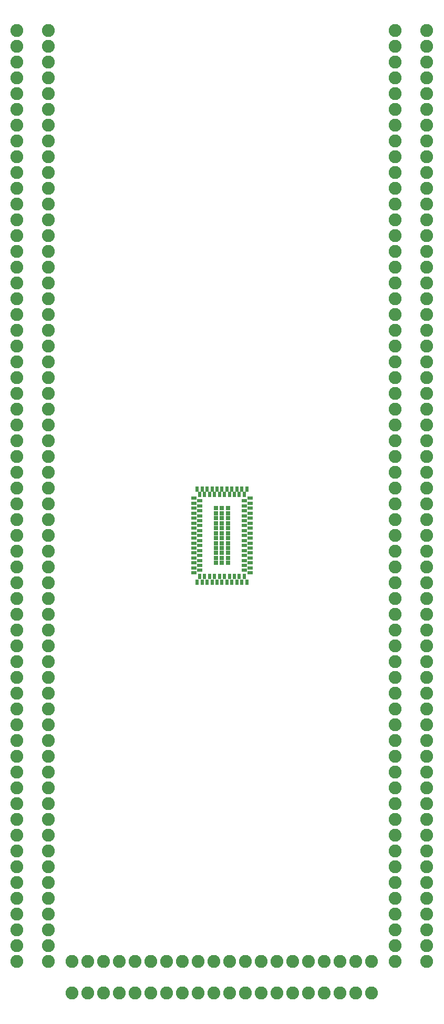
<source format=gts>
G04 EAGLE Gerber RS-274X export*
G75*
%MOMM*%
%FSLAX34Y34*%
%LPD*%
%INSoldermask Top*%
%IPPOS*%
%AMOC8*
5,1,8,0,0,1.08239X$1,22.5*%
G01*
%ADD10R,0.653200X0.653200*%
%ADD11R,0.843200X0.523200*%
%ADD12R,0.523200X0.843200*%
%ADD13C,2.082800*%


D10*
X0Y44000D03*
X0Y36000D03*
X0Y28000D03*
X0Y20000D03*
X0Y12000D03*
X0Y4000D03*
X0Y-4000D03*
X0Y-12000D03*
X0Y-20000D03*
X0Y-28000D03*
X0Y-36000D03*
X0Y-44000D03*
X-10000Y44000D03*
X-10000Y36000D03*
X-10000Y28000D03*
X-10000Y20000D03*
X-10000Y12000D03*
X-10000Y4000D03*
X-10000Y-4000D03*
X-10000Y-12000D03*
X-10000Y-20000D03*
X-10000Y-28000D03*
X-10000Y-36000D03*
X-10000Y-44000D03*
X10000Y44000D03*
X10000Y36000D03*
X10000Y28000D03*
X10000Y20000D03*
X10000Y12000D03*
X10000Y4000D03*
X10000Y-4000D03*
X10000Y-12000D03*
X10000Y-20000D03*
X10000Y-28000D03*
X10000Y-36000D03*
X10000Y-44000D03*
D11*
X-45000Y60000D03*
X-45000Y52000D03*
X-45000Y44000D03*
X-45000Y36000D03*
X-45000Y28000D03*
X-45000Y20000D03*
X-45000Y12000D03*
X-45000Y4000D03*
X-45000Y-4000D03*
X-45000Y-12000D03*
X-45000Y-20000D03*
X-45000Y-28000D03*
X-45000Y-36000D03*
X-45000Y-44000D03*
X-45000Y-52000D03*
X-45000Y-60000D03*
X45000Y60000D03*
X45000Y52000D03*
X45000Y44000D03*
X45000Y36000D03*
X45000Y28000D03*
X45000Y20000D03*
X45000Y12000D03*
X45000Y4000D03*
X45000Y-4000D03*
X45000Y-12000D03*
X45000Y-20000D03*
X45000Y-28000D03*
X45000Y-36000D03*
X45000Y-44000D03*
X45000Y-52000D03*
X45000Y-60000D03*
X-36000Y56000D03*
X-36000Y48000D03*
X-36000Y40000D03*
X-36000Y32000D03*
X-36000Y24000D03*
X-36000Y16000D03*
X-36000Y8000D03*
X-36000Y0D03*
X-36000Y-8000D03*
X-36000Y-16000D03*
X-36000Y-24000D03*
X-36000Y-32000D03*
X-36000Y-40000D03*
X-36000Y-48000D03*
X-36000Y-56000D03*
X36000Y56000D03*
X36000Y48000D03*
X36000Y40000D03*
X36000Y32000D03*
X36000Y24000D03*
X36000Y16000D03*
X36000Y8000D03*
X36000Y0D03*
X36000Y-8000D03*
X36000Y-16000D03*
X36000Y-24000D03*
X36000Y-32000D03*
X36000Y-40000D03*
X36000Y-48000D03*
X36000Y-56000D03*
D12*
X-40000Y75000D03*
X-32000Y75000D03*
X-24000Y75000D03*
X-16000Y75000D03*
X-8000Y75000D03*
X0Y75000D03*
X8000Y75000D03*
X16000Y75000D03*
X24000Y75000D03*
X32000Y75000D03*
X40000Y75000D03*
X36000Y66000D03*
X28000Y66000D03*
X20000Y66000D03*
X12000Y66000D03*
X4000Y66000D03*
X-4000Y66000D03*
X-12000Y66000D03*
X-20000Y66000D03*
X-28000Y66000D03*
X-36000Y66000D03*
X40000Y-75000D03*
X32000Y-75000D03*
X24000Y-75000D03*
X16000Y-75000D03*
X8000Y-75000D03*
X0Y-75000D03*
X-8000Y-75000D03*
X-16000Y-75000D03*
X-24000Y-75000D03*
X-32000Y-75000D03*
X-40000Y-75000D03*
X28000Y-66000D03*
X20000Y-66000D03*
X12000Y-66000D03*
X4000Y-66000D03*
X-4000Y-66000D03*
X-12000Y-66000D03*
X-20000Y-66000D03*
X-28000Y-66000D03*
X-36000Y-66000D03*
X36000Y-66000D03*
D13*
X-279400Y-177800D03*
X-279400Y-152400D03*
X-279400Y-127000D03*
X-279400Y-101600D03*
X-279400Y-76200D03*
X-279400Y-50800D03*
X-279400Y-25400D03*
X-279400Y0D03*
X-279400Y25400D03*
X-279400Y50800D03*
X-279400Y76200D03*
X-279400Y101600D03*
X-279400Y127000D03*
X-279400Y152400D03*
X-279400Y177800D03*
X-279400Y203200D03*
X-279400Y228600D03*
X-279400Y254000D03*
X-279400Y279400D03*
X-279400Y304800D03*
X-279400Y-685800D03*
X-279400Y-660400D03*
X-279400Y-635000D03*
X-279400Y-609600D03*
X-279400Y-584200D03*
X-279400Y-558800D03*
X-279400Y-533400D03*
X-279400Y-508000D03*
X-279400Y-482600D03*
X-279400Y-457200D03*
X-279400Y-431800D03*
X-279400Y-406400D03*
X-279400Y-381000D03*
X-279400Y-355600D03*
X-279400Y-330200D03*
X-279400Y-304800D03*
X-279400Y-279400D03*
X-279400Y-254000D03*
X-279400Y-228600D03*
X-279400Y-203200D03*
X279400Y-203200D03*
X279400Y-228600D03*
X279400Y-254000D03*
X279400Y-279400D03*
X279400Y-304800D03*
X279400Y-330200D03*
X279400Y-355600D03*
X279400Y-381000D03*
X279400Y-406400D03*
X279400Y-431800D03*
X279400Y-457200D03*
X279400Y-482600D03*
X279400Y-508000D03*
X279400Y-533400D03*
X279400Y-558800D03*
X279400Y-584200D03*
X279400Y-609600D03*
X279400Y-635000D03*
X279400Y-660400D03*
X279400Y-685800D03*
X241300Y-685800D03*
X215900Y-685800D03*
X190500Y-685800D03*
X165100Y-685800D03*
X139700Y-685800D03*
X114300Y-685800D03*
X88900Y-685800D03*
X63500Y-685800D03*
X38100Y-685800D03*
X12700Y-685800D03*
X-12700Y-685800D03*
X-38100Y-685800D03*
X-63500Y-685800D03*
X-88900Y-685800D03*
X-114300Y-685800D03*
X-139700Y-685800D03*
X-165100Y-685800D03*
X-190500Y-685800D03*
X-215900Y-685800D03*
X-241300Y-685800D03*
X-279400Y812800D03*
X-279400Y787400D03*
X-279400Y762000D03*
X-279400Y736600D03*
X-279400Y711200D03*
X-279400Y685800D03*
X-279400Y660400D03*
X-279400Y635000D03*
X-279400Y609600D03*
X-279400Y584200D03*
X-279400Y558800D03*
X-279400Y533400D03*
X-279400Y508000D03*
X-279400Y482600D03*
X-279400Y457200D03*
X-279400Y431800D03*
X-279400Y406400D03*
X-279400Y381000D03*
X-279400Y355600D03*
X-279400Y330200D03*
X279400Y812800D03*
X279400Y787400D03*
X279400Y762000D03*
X279400Y736600D03*
X279400Y711200D03*
X279400Y685800D03*
X279400Y660400D03*
X279400Y635000D03*
X279400Y609600D03*
X279400Y584200D03*
X279400Y558800D03*
X279400Y533400D03*
X279400Y508000D03*
X279400Y482600D03*
X279400Y457200D03*
X279400Y431800D03*
X279400Y406400D03*
X279400Y381000D03*
X279400Y355600D03*
X279400Y330200D03*
X279400Y304800D03*
X279400Y279400D03*
X279400Y254000D03*
X279400Y228600D03*
X279400Y203200D03*
X279400Y177800D03*
X279400Y152400D03*
X279400Y127000D03*
X279400Y101600D03*
X279400Y76200D03*
X279400Y50800D03*
X279400Y25400D03*
X279400Y0D03*
X279400Y-25400D03*
X279400Y-50800D03*
X279400Y-76200D03*
X279400Y-101600D03*
X279400Y-127000D03*
X279400Y-152400D03*
X279400Y-177800D03*
X-330200Y-177800D03*
X-330200Y-152400D03*
X-330200Y-127000D03*
X-330200Y-101600D03*
X-330200Y-76200D03*
X-330200Y-50800D03*
X-330200Y-25400D03*
X-330200Y0D03*
X-330200Y25400D03*
X-330200Y50800D03*
X-330200Y76200D03*
X-330200Y101600D03*
X-330200Y127000D03*
X-330200Y152400D03*
X-330200Y177800D03*
X-330200Y203200D03*
X-330200Y228600D03*
X-330200Y254000D03*
X-330200Y279400D03*
X-330200Y304800D03*
X-330200Y-685800D03*
X-330200Y-660400D03*
X-330200Y-635000D03*
X-330200Y-609600D03*
X-330200Y-584200D03*
X-330200Y-558800D03*
X-330200Y-533400D03*
X-330200Y-508000D03*
X-330200Y-482600D03*
X-330200Y-457200D03*
X-330200Y-431800D03*
X-330200Y-406400D03*
X-330200Y-381000D03*
X-330200Y-355600D03*
X-330200Y-330200D03*
X-330200Y-304800D03*
X-330200Y-279400D03*
X-330200Y-254000D03*
X-330200Y-228600D03*
X-330200Y-203200D03*
X330200Y-203200D03*
X330200Y-228600D03*
X330200Y-254000D03*
X330200Y-279400D03*
X330200Y-304800D03*
X330200Y-330200D03*
X330200Y-355600D03*
X330200Y-381000D03*
X330200Y-406400D03*
X330200Y-431800D03*
X330200Y-457200D03*
X330200Y-482600D03*
X330200Y-508000D03*
X330200Y-533400D03*
X330200Y-558800D03*
X330200Y-584200D03*
X330200Y-609600D03*
X330200Y-635000D03*
X330200Y-660400D03*
X330200Y-685800D03*
X330200Y50800D03*
X330200Y25400D03*
X330200Y0D03*
X330200Y-25400D03*
X330200Y-50800D03*
X330200Y-76200D03*
X330200Y-101600D03*
X330200Y-127000D03*
X330200Y-152400D03*
X330200Y-177800D03*
X241300Y-736600D03*
X215900Y-736600D03*
X190500Y-736600D03*
X165100Y-736600D03*
X139700Y-736600D03*
X114300Y-736600D03*
X88900Y-736600D03*
X63500Y-736600D03*
X38100Y-736600D03*
X12700Y-736600D03*
X-12700Y-736600D03*
X-38100Y-736600D03*
X-63500Y-736600D03*
X-88900Y-736600D03*
X-114300Y-736600D03*
X-139700Y-736600D03*
X-165100Y-736600D03*
X-190500Y-736600D03*
X-215900Y-736600D03*
X-241300Y-736600D03*
X-330200Y812800D03*
X-330200Y787400D03*
X-330200Y762000D03*
X-330200Y736600D03*
X-330200Y711200D03*
X-330200Y685800D03*
X-330200Y660400D03*
X-330200Y635000D03*
X-330200Y609600D03*
X-330200Y584200D03*
X-330200Y558800D03*
X-330200Y533400D03*
X-330200Y508000D03*
X-330200Y482600D03*
X-330200Y457200D03*
X-330200Y431800D03*
X-330200Y406400D03*
X-330200Y381000D03*
X-330200Y355600D03*
X-330200Y330200D03*
X330200Y812800D03*
X330200Y787400D03*
X330200Y762000D03*
X330200Y736600D03*
X330200Y711200D03*
X330200Y685800D03*
X330200Y660400D03*
X330200Y635000D03*
X330200Y609600D03*
X330200Y584200D03*
X330200Y558800D03*
X330200Y533400D03*
X330200Y508000D03*
X330200Y482600D03*
X330200Y457200D03*
X330200Y431800D03*
X330200Y406400D03*
X330200Y381000D03*
X330200Y355600D03*
X330200Y330200D03*
X330200Y304800D03*
X330200Y279400D03*
X330200Y254000D03*
X330200Y228600D03*
X330200Y203200D03*
X330200Y177800D03*
X330200Y152400D03*
X330200Y127000D03*
X330200Y101600D03*
X330200Y76200D03*
M02*

</source>
